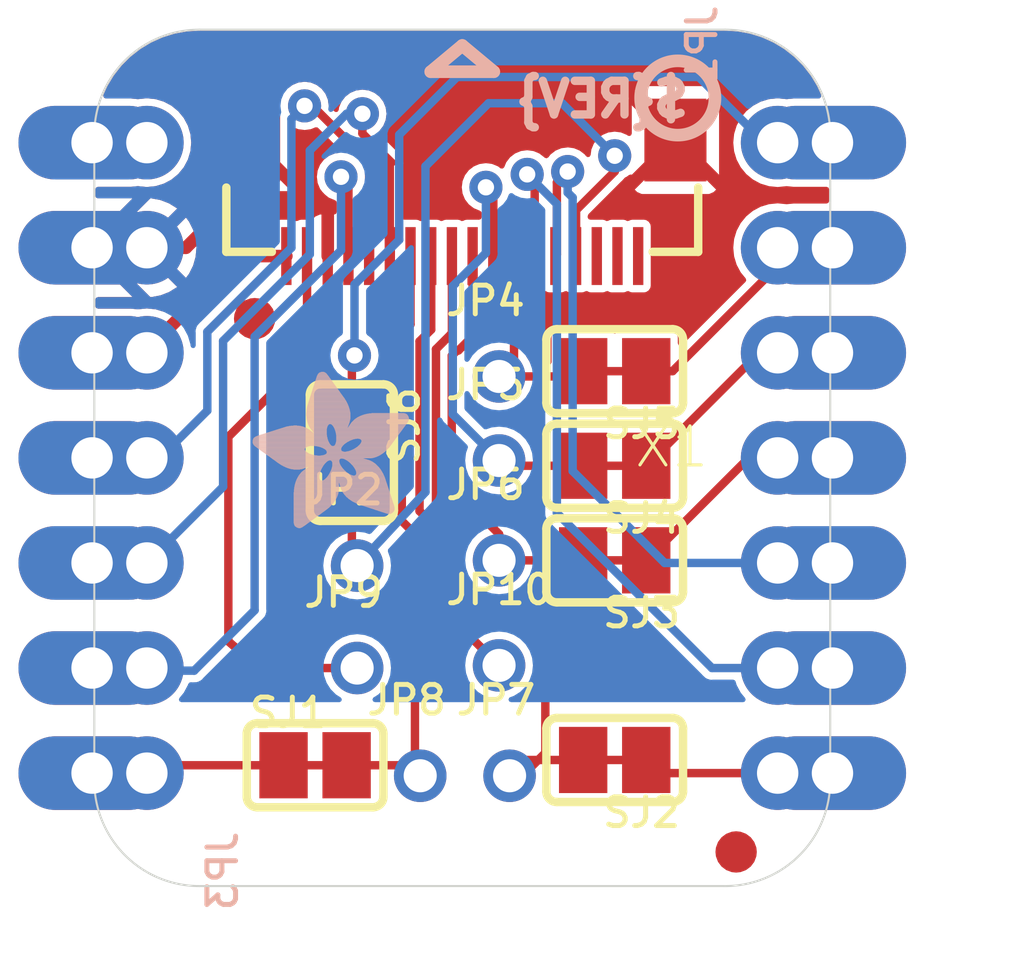
<source format=kicad_pcb>
(kicad_pcb (version 20221018) (generator pcbnew)
  (layers (0 "F.Cu" signal) (1 "In1.Cu" signal) (2 "In2.Cu" signal) (3 "In3.Cu" signal) (4 "In4.Cu" signal) (5 "In5.Cu" signal) (6 "In6.Cu" signal) (7 "In7.Cu" signal) (8 "In8.Cu" signal) (9 "In9.Cu" signal) (10 "In10.Cu" signal) (11 "In11.Cu" signal) (12 "In12.Cu" signal) (13 "In13.Cu" signal) (14 "In14.Cu" signal) (31 "B.Cu" signal) (34 "B.Paste" user) (35 "F.Paste" user) (36 "B.SilkS" user "B.Silkscreen") (37 "F.SilkS" user "F.Silkscreen") (38 "B.Mask" user) (39 "F.Mask" user) (44 "Edge.Cuts" user))
  (net 0 "")
  (net 1 "GND")
  (net 2 "+5V")
  (net 3 "A3")
  (net 4 "A0")
  (net 5 "A1")
  (net 6 "A2")
  (net 7 "SDA")
  (net 8 "SCL")
  (net 9 "TX")
  (net 10 "MOSI")
  (net 11 "SCK")
  (net 12 "RX")
  (net 13 "MISO")
  (net 14 "3.3V")
  (net 15 "TFT_DC")
  (net 16 "TFT_CS")
  (net 17 "SD_CS")
  (net 18 "MEM_CS")
  (net 19 "TS_CS")
  (net 20 "INT")
  (net 21 "~{RESET}")
  (net 22 "LITE")
  (footprint "working:SOLDERJUMPER_CLOSEDWIRE" (layer "F.Cu") (at 152.1841 102.9081 180)
    (fp_text reference "SJ5" (at -1.651 -1.27) (layer "F.SilkS") (effects (font (size 0.692831 0.692831) (thickness 0.119969)) (justify right)))
    (fp_text value "")
    (pad "1" smd rect (at -0.762 0 180) (size 1.1684 1.6002) (layers "F.Cu") (net 5 "A1"))
    (pad "2" smd rect (at 0.762 0 180) (size 1.1684 1.6002) (layers "F.Cu") (net 19 "TS_CS"))
    (pad "WIRE" smd rect (at 0 0) (size 0.635 0.2032) (layers "F.Cu"))
  )
  (footprint "working:SOLDERJUMPER_CLOSEDWIRE" (layer "F.Cu") (at 152.1841 112.3061 180)
    (fp_text reference "SJ2" (at -1.651 -1.27) (layer "F.SilkS") (effects (font (size 0.692831 0.692831) (thickness 0.119969)) (justify right)))
    (fp_text value "")
    (pad "1" smd rect (at -0.762 0 180) (size 1.1684 1.6002) (layers "F.Cu") (net 9 "TX"))
    (pad "2" smd rect (at 0.762 0 180) (size 1.1684 1.6002) (layers "F.Cu") (net 16 "TFT_CS"))
    (pad "WIRE" smd rect (at 0 0) (size 0.635 0.2032) (layers "F.Cu"))
  )
  (footprint "working:PLABEL27" (layer "F.Cu") (at 151.4856 110.1471)
    (fp_text reference "PLABEL27" hide)
    (fp_text value "" hide)
  )
  (footprint "working:PLABEL5" (layer "F.Cu") (at 154.5971 102.5271 90)
    (fp_text reference "PLABEL5" hide)
    (fp_text value "" hide)
  )
  (footprint "working:PLABEL2" (layer "F.Cu") (at 153.8351 110.0201)
    (fp_text reference "PLABEL2" hide)
    (fp_text value "" hide)
  )
  (footprint "working:PLABEL26" (layer "F.Cu") (at 147.9296 114.4651)
    (fp_text reference "PLABEL26" hide)
    (fp_text value "" hide)
  )
  (footprint "working:SOLDERJUMPER_CLOSEDWIRE" (layer "F.Cu") (at 152.1841 105.1941 180)
    (fp_text reference "SJ4" (at -1.651 -1.27) (layer "F.SilkS") (effects (font (size 0.692831 0.692831) (thickness 0.119969)) (justify right)))
    (fp_text value "")
    (pad "1" smd rect (at -0.762 0 180) (size 1.1684 1.6002) (layers "F.Cu") (net 6 "A2"))
    (pad "2" smd rect (at 0.762 0 180) (size 1.1684 1.6002) (layers "F.Cu") (net 18 "MEM_CS"))
    (pad "WIRE" smd rect (at 0 0) (size 0.635 0.2032) (layers "F.Cu"))
  )
  (footprint "working:SOLDERJUMPER_CLOSEDWIRE" (layer "F.Cu") (at 152.1841 107.4801 180)
    (fp_text reference "SJ3" (at -1.651 -1.27) (layer "F.SilkS") (effects (font (size 0.692831 0.692831) (thickness 0.119969)) (justify right)))
    (fp_text value "")
    (pad "1" smd rect (at -0.762 0 180) (size 1.1684 1.6002) (layers "F.Cu") (net 3 "A3"))
    (pad "2" smd rect (at 0.762 0 180) (size 1.1684 1.6002) (layers "F.Cu") (net 17 "SD_CS"))
    (pad "WIRE" smd rect (at 0 0) (size 0.635 0.2032) (layers "F.Cu"))
  )
  (footprint "working:PLABEL9" (layer "F.Cu") (at 142.8496 103.0986)
    (fp_text reference "PLABEL9" hide)
    (fp_text value "" hide)
  )
  (footprint "working:PLABEL8" (layer "F.Cu") (at 142.4051 100.4316 90)
    (fp_text reference "PLABEL8" hide)
    (fp_text value "" hide)
  )
  (footprint "working:1X01_2MM" (layer "F.Cu") (at 145.9611 107.6071)
    (fp_text reference "JP2" (at -1.3462 -1.8288) (layer "F.SilkS") (effects (font (size 0.692831 0.692831) (thickness 0.119969)) (justify left)))
    (fp_text value "")
    (pad "1" thru_hole circle (at 0 0 90) (size 1.27 1.27) (drill 0.8) (layers "*.Cu" "*.Mask") (net 20 "INT"))
  )
  (footprint "working:PLABEL22" (layer "F.Cu") (at 146.0246 108.8136)
    (fp_text reference "PLABEL22" hide)
    (fp_text value "" hide)
  )
  (footprint "working:PLABEL28" (layer "F.Cu") (at 147.6756 110.0201)
    (fp_text reference "PLABEL28" hide)
    (fp_text value "" hide)
  )
  (footprint "working:PLABEL1" (layer "F.Cu") (at 154.5971 112.8141 90)
    (fp_text reference "PLABEL1" hide)
    (fp_text value "" hide)
  )
  (footprint "working:1X01_2MM" (layer "F.Cu") (at 149.3901 107.4801)
    (fp_text reference "JP6" (at -1.3462 -1.8288) (layer "F.SilkS") (effects (font (size 0.692831 0.692831) (thickness 0.119969)) (justify left)))
    (fp_text value "")
    (pad "1" thru_hole circle (at 0 0 90) (size 1.27 1.27) (drill 0.8) (layers "*.Cu" "*.Mask") (net 17 "SD_CS"))
  )
  (footprint "working:FIDUCIAL_1MM" (layer "F.Cu") (at 155.1178 114.5286)
    (fp_text reference "U$6" hide)
    (fp_text value "FIDUCIAL_1MM" hide)
    (pad "1" smd roundrect (at 0 0) (size 1 1) (layers "F.Cu" "F.Mask") (roundrect_rratio 0.5))
  )
  (footprint "working:PLABEL23" (layer "F.Cu") (at 148.0566 105.1941 90)
    (fp_text reference "PLABEL23" hide)
    (fp_text value "" hide)
  )
  (footprint "working:SOLDERJUMPER_CLOSEDWIRE" (layer "F.Cu") (at 144.9451 112.4331)
    (fp_text reference "SJ1" (at -1.651 -1.27) (layer "F.SilkS") (effects (font (size 0.692831 0.692831) (thickness 0.119969)) (justify left)))
    (fp_text value "")
    (pad "1" smd rect (at -0.762 0) (size 1.1684 1.6002) (layers "F.Cu") (net 12 "RX"))
    (pad "2" smd rect (at 0.762 0) (size 1.1684 1.6002) (layers "F.Cu") (net 15 "TFT_DC"))
    (pad "WIRE" smd rect (at 0 0 180) (size 0.635 0.2032) (layers "F.Cu"))
  )
  (footprint "working:PLABEL25" (layer "F.Cu") (at 149.4536 111.3536)
    (fp_text reference "PLABEL25" hide)
    (fp_text value "" hide)
  )
  (footprint "working:PLABEL11" (layer "F.Cu") (at 142.8496 107.6071)
    (fp_text reference "PLABEL11" hide)
    (fp_text value "" hide)
  )
  (footprint "working:1X01_2MM" (layer "F.Cu") (at 147.4851 112.6871)
    (fp_text reference "JP8" (at -1.3462 -1.8288) (layer "F.SilkS") (effects (font (size 0.692831 0.692831) (thickness 0.119969)) (justify left)))
    (fp_text value "")
    (pad "1" thru_hole circle (at 0 0 90) (size 1.27 1.27) (drill 0.8) (layers "*.Cu" "*.Mask") (net 15 "TFT_DC"))
  )
  (footprint "working:PLABEL3" (layer "F.Cu") (at 141.4526 95.7961)
    (fp_text reference "PLABEL3" hide)
    (fp_text value "" hide)
  )
  (footprint "working:PLABEL13" (layer "F.Cu") (at 143.3576 110.0201)
    (fp_text reference "PLABEL13" hide)
    (fp_text value "" hide)
  )
  (footprint "working:PLABEL14" (layer "F.Cu") (at 142.5321 112.6236 90)
    (fp_text reference "PLABEL14" hide)
    (fp_text value "" hide)
  )
  (footprint "working:1X01_2MM" (layer "F.Cu") (at 149.3901 105.0671)
    (fp_text reference "JP5" (at -1.3462 -1.8288) (layer "F.SilkS") (effects (font (size 0.692831 0.692831) (thickness 0.119969)) (justify left)))
    (fp_text value "")
    (pad "1" thru_hole circle (at 0 0 90) (size 1.27 1.27) (drill 0.8) (layers "*.Cu" "*.Mask") (net 18 "MEM_CS"))
  )
  (footprint "working:SOLDERJUMPER_CLOSEDWIRE" (layer "F.Cu") (at 145.8341 104.8766 -90)
    (fp_text reference "SJ6" (at -1.651 -1.27 90) (layer "F.SilkS") (effects (font (size 0.692831 0.692831) (thickness 0.119969)) (justify right)))
    (fp_text value "")
    (pad "1" smd rect (at -0.762 0 270) (size 1.1684 1.6002) (layers "F.Cu") (net 4 "A0"))
    (pad "2" smd rect (at 0.762 0 270) (size 1.1684 1.6002) (layers "F.Cu") (net 20 "INT"))
    (pad "WIRE" smd rect (at 0 0 90) (size 0.635 0.2032) (layers "F.Cu"))
  )
  (footprint "working:1X01_2MM" (layer "F.Cu") (at 149.3901 103.0351)
    (fp_text reference "JP4" (at -1.3462 -1.8288) (layer "F.SilkS") (effects (font (size 0.692831 0.692831) (thickness 0.119969)) (justify left)))
    (fp_text value "")
    (pad "1" thru_hole circle (at 0 0 90) (size 1.27 1.27) (drill 0.8) (layers "*.Cu" "*.Mask") (net 19 "TS_CS"))
  )
  (footprint "working:PLABEL7" (layer "F.Cu") (at 154.5971 105.0671 90)
    (fp_text reference "PLABEL7" hide)
    (fp_text value "" hide)
  )
  (footprint "working:PLABEL20" (layer "F.Cu") (at 148.9456 101.7016)
    (fp_text reference "PLABEL20" hide)
    (fp_text value "" hide)
  )
  (footprint "working:1X01_2MM" (layer "F.Cu") (at 149.6441 112.6871)
    (fp_text reference "JP7" (at -1.3462 -1.8288) (layer "F.SilkS") (effects (font (size 0.692831 0.692831) (thickness 0.119969)) (justify left)))
    (fp_text value "")
    (pad "1" thru_hole circle (at 0 0 90) (size 1.27 1.27) (drill 0.8) (layers "*.Cu" "*.Mask") (net 16 "TFT_CS"))
  )
  (footprint "working:FIDUCIAL_1MM" (layer "F.Cu") (at 143.4846 101.6381)
    (fp_text reference "U$8" hide)
    (fp_text value "FIDUCIAL_1MM" hide)
    (pad "1" smd roundrect (at 0 0) (size 1 1) (layers "F.Cu" "F.Mask") (roundrect_rratio 0.5))
  )
  (footprint "working:PLABEL21" (layer "F.Cu") (at 149.1996 108.7501)
    (fp_text reference "PLABEL21" hide)
    (fp_text value "" hide)
  )
  (footprint "working:EYE_SPI_DISPLAY_SLIM" (layer "F.Cu") (at 148.5011 98.9711 180)
    (fp_text reference "X1" (at -6 -5.77) (layer "F.SilkS") (effects (font (size 0.941222 0.941222) (thickness 0.074778)) (justify right)))
    (fp_text value "EYE_SPI_DISPLAY_SLIM")
    (pad "1" smd rect (at 4.25 -1.154) (size 0.25 1.4) (layers "F.Cu" "F.Paste" "F.Mask") (net 14 "3.3V"))
    (pad "2" smd rect (at 3.75 -1.154) (size 0.25 1.4) (layers "F.Cu" "F.Paste" "F.Mask") (net 22 "LITE"))
    (pad "3" smd rect (at 3.25 -1.154) (size 0.25 1.4) (layers "F.Cu" "F.Paste" "F.Mask") (net 1 "GND"))
    (pad "4" smd rect (at 2.75 -1.154) (size 0.25 1.4) (layers "F.Cu" "F.Paste" "F.Mask") (net 11 "SCK"))
    (pad "5" smd rect (at 2.25 -1.154) (size 0.25 1.4) (layers "F.Cu" "F.Paste" "F.Mask") (net 10 "MOSI"))
    (pad "6" smd rect (at 1.75 -1.154) (size 0.25 1.4) (layers "F.Cu" "F.Paste" "F.Mask") (net 13 "MISO"))
    (pad "7" smd rect (at 1.25 -1.154) (size 0.25 1.4) (layers "F.Cu" "F.Paste" "F.Mask") (net 15 "TFT_DC"))
    (pad "8" smd rect (at 0.75 -1.154) (size 0.25 1.4) (layers "F.Cu" "F.Paste" "F.Mask") (net 21 "~{RESET}"))
    (pad "9" smd rect (at 0.25 -1.154) (size 0.25 1.4) (layers "F.Cu" "F.Paste" "F.Mask") (net 16 "TFT_CS"))
    (pad "10" smd rect (at -0.25 -1.154) (size 0.25 1.4) (layers "F.Cu" "F.Paste" "F.Mask") (net 17 "SD_CS"))
    (pad "11" smd rect (at -0.75 -1.154) (size 0.25 1.4) (layers "F.Cu" "F.Paste" "F.Mask") (net 18 "MEM_CS"))
    (pad "12" smd rect (at -1.25 -1.154) (size 0.25 1.4) (layers "F.Cu" "F.Paste" "F.Mask") (net 19 "TS_CS"))
    (pad "13" smd rect (at -1.75 -1.154) (size 0.25 1.4) (layers "F.Cu" "F.Paste" "F.Mask") (net 8 "SCL"))
    (pad "14" smd rect (at -2.25 -1.154) (size 0.25 1.4) (layers "F.Cu" "F.Paste" "F.Mask") (net 7 "SDA"))
    (pad "15" smd rect (at -2.75 -1.154) (size 0.25 1.4) (layers "F.Cu" "F.Paste" "F.Mask") (net 20 "INT"))
    (pad "16" smd rect (at -3.25 -1.154) (size 0.25 1.4) (layers "F.Cu" "F.Paste" "F.Mask"))
    (pad "17" smd rect (at -3.75 -1.154) (size 0.25 1.4) (layers "F.Cu" "F.Paste" "F.Mask"))
    (pad "18" smd rect (at -4.25 -1.154) (size 0.25 1.4) (layers "F.Cu" "F.Paste" "F.Mask"))
    (pad "SUPPORT1" smd rect (at -5.15 1.65 180) (size 1.5 2) (layers "F.Cu" "F.Paste" "F.Mask") (net 1 "GND"))
    (pad "SUPPORT2" smd rect (at 5.15 1.65 180) (size 1.5 2) (layers "F.Cu" "F.Paste" "F.Mask") (net 1 "GND"))
  )
  (footprint "working:PLABEL12" (layer "F.Cu") (at 154.5971 107.7341 90)
    (fp_text reference "PLABEL12" hide)
    (fp_text value "" hide)
  )
  (footprint "working:PLABEL10" (layer "F.Cu") (at 143.2306 105.0671)
    (fp_text reference "PLABEL10" hide)
    (fp_text value "" hide)
  )
  (footprint "working:1X01_2MM" (layer "F.Cu") (at 149.3901 110.0201)
    (fp_text reference "JP10" (at -1.3462 -1.8288) (layer "F.SilkS") (effects (font (size 0.692831 0.692831) (thickness 0.119969)) (justify left)))
    (fp_text value "")
    (pad "1" thru_hole circle (at 0 0 90) (size 1.27 1.27) (drill 0.8) (layers "*.Cu" "*.Mask") (net 21 "~{RESET}"))
  )
  (footprint "working:PLABEL24" (layer "F.Cu") (at 147.6121 111.3536)
    (fp_text reference "PLABEL24" hide)
    (fp_text value "" hide)
  )
  (footprint "working:PLABEL4" (layer "F.Cu") (at 154.4701 100.6221)
    (fp_text reference "PLABEL4" hide)
    (fp_text value "" hide)
  )
  (footprint "working:1X01_2MM" (layer "F.Cu") (at 145.9611 110.0836)
    (fp_text reference "JP9" (at -1.3462 -1.8288) (layer "F.SilkS") (effects (font (size 0.692831 0.692831) (thickness 0.119969)) (justify left)))
    (fp_text value "")
    (pad "1" thru_hole circle (at 0 0 90) (size 1.27 1.27) (drill 0.8) (layers "*.Cu" "*.Mask") (net 22 "LITE"))
  )
  (footprint "working:PLABEL6" (layer "F.Cu") (at 155.6131 95.7961)
    (fp_text reference "PLABEL6" hide)
    (fp_text value "" hide)
  )
  (footprint "working:1X07_CASTEL" (layer "B.Cu") (at 140.8811 105.0036 90)
    (fp_text reference "JP3" (at -8.9662 1.8288 90) (layer "B.SilkS") (effects (font (size 0.692831 0.692831) (thickness 0.119969)) (justify left mirror)))
    (fp_text value "")
    (pad "1" thru_hole circle (at -7.62 0) (size 1.778 1.778) (drill 1) (layers "*.Cu" "*.Mask") (net 12 "RX"))
    (pad "1C" thru_hole oval (at -7.62 -1.323975) (size 3.556 1.778) (drill 1) (layers "*.Cu" "*.Mask") (net 12 "RX"))
    (pad "2" thru_hole circle (at -5.08 0) (size 1.778 1.778) (drill 1) (layers "*.Cu" "*.Mask") (net 11 "SCK"))
    (pad "2C" thru_hole oval (at -5.08 -1.323975) (size 3.556 1.778) (drill 1) (layers "*.Cu" "*.Mask") (net 11 "SCK"))
    (pad "3" thru_hole circle (at -2.54 0) (size 1.778 1.778) (drill 1) (layers "*.Cu" "*.Mask") (net 13 "MISO"))
    (pad "3C" thru_hole oval (at -2.54 -1.323975) (size 3.556 1.778) (drill 1) (layers "*.Cu" "*.Mask") (net 13 "MISO"))
    (pad "4" thru_hole circle (at 0 0) (size 1.778 1.778) (drill 1) (layers "*.Cu" "*.Mask") (net 10 "MOSI"))
    (pad "4C" thru_hole oval (at 0 -1.323975) (size 3.556 1.778) (drill 1) (layers "*.Cu" "*.Mask") (net 10 "MOSI"))
    (pad "5" thru_hole circle (at 2.54 0) (size 1.778 1.778) (drill 1) (layers "*.Cu" "*.Mask") (net 14 "3.3V"))
    (pad "5C" thru_hole oval (at 2.54 -1.323975) (size 3.556 1.778) (drill 1) (layers "*.Cu" "*.Mask") (net 14 "3.3V"))
    (pad "6" thru_hole circle (at 5.08 0) (size 1.778 1.778) (drill 1) (layers "*.Cu" "*.Mask") (net 1 "GND"))
    (pad "6C" thru_hole oval (at 5.08 -1.323975) (size 3.556 1.778) (drill 1) (layers "*.Cu" "*.Mask") (net 1 "GND"))
    (pad "7" thru_hole circle (at 7.62 0) (size 1.778 1.778) (drill 1) (layers "*.Cu" "*.Mask") (net 2 "+5V"))
    (pad "7C" thru_hole oval (at 7.62 -1.323975) (size 3.556 1.778) (drill 1) (layers "*.Cu" "*.Mask") (net 2 "+5V"))
  )
  (footprint "working:PCBFEAT-REV-040" (layer "B.Cu") (at 153.7081 96.3041 180)
    (fp_text reference "U$3" hide)
    (fp_text value "" hide)
    (fp_text user "${REV}" (at -0.3556 -0.508) (layer "B.SilkS") (effects (font (size 0.8128 0.8128) (thickness 0.2032)) (justify left bottom mirror)))
  )
  (footprint "working:PLABEL31" (layer "B.Cu") (at 152.2476 107.4801 180)
    (fp_text reference "PLABEL31" hide)
    (fp_text value "" hide)
  )
  (footprint "working:PLABEL29" (layer "B.Cu") (at 151.9936 103.1621 180)
    (fp_text reference "PLABEL29" hide)
    (fp_text value "" hide)
  )
  (footprint "working:PLABEL32" (layer "B.Cu") (at 152.3746 109.9566 180)
    (fp_text reference "PLABEL32" hide)
    (fp_text value "" hide)
  )
  (footprint "working:PLABEL19" (layer "B.Cu") (at 148.6281 97.0026 180)
    (fp_text reference "PLABEL19" hide)
    (fp_text value "" hide)
  )
  (footprint "working:PLABEL35" (layer "B.Cu") (at 145.7071 112.6236 180)
    (fp_text reference "PLABEL35" hide)
    (fp_text value "" hide)
  )
  (footprint "working:PLABEL30" (layer "B.Cu") (at 152.6286 105.0036 180)
    (fp_text reference "PLABEL30" hide)
    (fp_text value "" hide)
  )
  (footprint "working:PLABEL34" (layer "B.Cu") (at 151.4221 112.6871 180)
    (fp_text reference "PLABEL34" hide)
    (fp_text value "" hide)
  )
  (footprint "working:1X07_CASTEL" (layer "B.Cu") (at 156.1211 105.0036 -90)
    (fp_text reference "JP1" (at -8.9662 1.8288 -270) (layer "B.SilkS") (effects (font (size 0.692831 0.692831) (thickness 0.119969)) (justify right mirror)))
    (fp_text value "")
    (pad "1" thru_hole circle (at -7.62 0 180) (size 1.778 1.778) (drill 1) (layers "*.Cu" "*.Mask") (net 4 "A0"))
    (pad "1C" thru_hole oval (at -7.62 -1.323975 180) (size 3.556 1.778) (drill 1) (layers "*.Cu" "*.Mask") (net 4 "A0"))
    (pad "2" thru_hole circle (at -5.08 0 180) (size 1.778 1.778) (drill 1) (layers "*.Cu" "*.Mask") (net 5 "A1"))
    (pad "2C" thru_hole oval (at -5.08 -1.323975 180) (size 3.556 1.778) (drill 1) (layers "*.Cu" "*.Mask") (net 5 "A1"))
    (pad "3" thru_hole circle (at -2.54 0 180) (size 1.778 1.778) (drill 1) (layers "*.Cu" "*.Mask") (net 6 "A2"))
    (pad "3C" thru_hole oval (at -2.54 -1.323975 180) (size 3.556 1.778) (drill 1) (layers "*.Cu" "*.Mask") (net 6 "A2"))
    (pad "4" thru_hole circle (at 0 0 180) (size 1.778 1.778) (drill 1) (layers "*.Cu" "*.Mask") (net 3 "A3"))
    (pad "4C" thru_hole oval (at 0 -1.323975 180) (size 3.556 1.778) (drill 1) (layers "*.Cu" "*.Mask") (net 3 "A3"))
    (pad "5" thru_hole circle (at 2.54 0 180) (size 1.778 1.778) (drill 1) (layers "*.Cu" "*.Mask") (net 7 "SDA"))
    (pad "5C" thru_hole oval (at 2.54 -1.323975 180) (size 3.556 1.778) (drill 1) (layers "*.Cu" "*.Mask") (net 7 "SDA"))
    (pad "6" thru_hole circle (at 5.08 0 180) (size 1.778 1.778) (drill 1) (layers "*.Cu" "*.Mask") (net 8 "SCL"))
    (pad "6C" thru_hole oval (at 5.08 -1.323975 180) (size 3.556 1.778) (drill 1) (layers "*.Cu" "*.Mask") (net 8 "SCL"))
    (pad "7" thru_hole circle (at 7.62 0 180) (size 1.778 1.778) (drill 1) (layers "*.Cu" "*.Mask") (net 9 "TX"))
    (pad "7C" thru_hole oval (at 7.62 -1.323975 180) (size 3.556 1.778) (drill 1) (layers "*.Cu" "*.Mask") (net 9 "TX"))
  )
  (footprint "working:PLABEL36" (layer "B.Cu") (at 143.7386 110.0201 180)
    (fp_text reference "PLABEL36" hide)
    (fp_text value "" hide)
  )
  (footprint "working:PLABEL33" (layer "B.Cu") (at 144.0561 107.6706 180)
    (fp_text reference "PLABEL33" hide)
    (fp_text value "" hide)
  )
  (footprint "working:PLABEL37" (layer "B.Cu") (at 148.1201 100.3681 180)
    (fp_text reference "PLABEL37" hide)
    (fp_text value "" hide)
  )
  (footprint "working:ADAFRUIT_3.5MM" (layer "B.Cu") (at 147.2311 106.7181 180)
    (fp_text reference "U$2" hide)
    (fp_text value "" hide)
  )
  (gr_line (start 147.7391 95.6691) (end 148.5011 95.0341) (stroke (width 0.3048)) (layer "B.SilkS"))
  (gr_line (start 148.5011 95.0341) (end 149.2631 95.6691) (stroke (width 0.3048)) (layer "B.SilkS"))
  (gr_line (start 149.2631 95.6691) (end 147.7391 95.6691) (stroke (width 0.3048)) (layer "B.SilkS"))
  (gr_line (start 139.6111 112.8141) (end 139.6111 97.1931) (stroke (width 0.05)) (layer "Edge.Cuts"))
  (gr_line (start 142.1511 94.6531) (end 154.8511 94.6531) (stroke (width 0.05)) (layer "Edge.Cuts"))
  (gr_arc (start 142.1511 115.3541) (mid 140.355049 114.610151) (end 139.6111 112.8141) (stroke (width 0.05)) (layer "Edge.Cuts"))
  (gr_arc (start 157.3911 112.8141) (mid 156.647151 114.610151) (end 154.8511 115.3541) (stroke (width 0.05)) (layer "Edge.Cuts"))
  (gr_line (start 154.8511 115.3541) (end 142.1511 115.3541) (stroke (width 0.05)) (layer "Edge.Cuts"))
  (gr_arc (start 139.6111 97.1931) (mid 140.355049 95.397049) (end 142.1511 94.6531) (stroke (width 0.05)) (layer "Edge.Cuts"))
  (gr_line (start 157.3911 97.1931) (end 157.3911 112.8141) (stroke (width 0.05)) (layer "Edge.Cuts"))
  (gr_arc (start 154.8511 94.6531) (mid 156.647151 95.397049) (end 157.3911 97.1931) (stroke (width 0.05)) (layer "Edge.Cuts"))
  (segment (start 145.037918 98.7081) (end 143.3511 98.7081) (width 0.3048) (layer "F.Cu") (net 1))
  (segment (start 139.557125 99.9236) (end 140.8811 99.9236) (width 0.3048) (layer "F.Cu") (net 1))
  (segment (start 139.557125 99.9236) (end 141.8246 99.9236) (width 0.3048) (layer "F.Cu") (net 1))
  (segment (start 145.2511 100.1251) (end 145.2511 98.921282) (width 0.3048) (layer "F.Cu") (net 1))
  (segment (start 145.2511 98.921282) (end 145.037918 98.7081) (width 0.3048) (layer "F.Cu") (net 1))
  (segment (start 141.8246 99.9236) (end 143.0401 98.7081) (width 0.3048) (layer "F.Cu") (net 1))
  (segment (start 143.3511 98.7081) (end 143.3511 97.3211) (width 0.3048) (layer "F.Cu") (net 1))
  (segment (start 139.557125 97.3836) (end 140.8811 97.3836) (width 0.3048) (layer "F.Cu") (net 2))
  (segment (start 157.445075 105.0036) (end 156.1211 105.0036) (width 0.2032) (layer "F.Cu") (net 3))
  (segment (start 155.4226 105.0036) (end 156.1211 105.0036) (width 0.2032) (layer "F.Cu") (net 3))
  (segment (start 152.9461 107.4801) (end 155.4226 105.0036) (width 0.2032) (layer "F.Cu") (net 3))
  (segment (start 145.8341 104.1146) (end 145.8341 102.5906) (width 0.2032) (layer "F.Cu") (net 4))
  (segment (start 157.445075 97.3836) (end 156.1211 97.3836) (width 0.2032) (layer "F.Cu") (net 4))
  (segment (start 145.8341 102.5906) (end 145.8976 102.5271) (width 0.2032) (layer "F.Cu") (net 4))
  (via (at 145.8976 102.5271) (size 0.8001) (drill 0.3937) (layers "F.Cu" "B.Cu") (net 4))
  (segment (start 148.3741 95.7961) (end 154.2161 95.7961) (width 0.2032) (layer "B.Cu") (net 4))
  (segment (start 146.9771 99.7331) (end 145.8976 100.8126) (width 0.2032) (layer "B.Cu") (net 4))
  (segment (start 145.8976 102.5271) (end 145.8976 100.8126) (width 0.2032) (layer "B.Cu") (net 4))
  (segment (start 154.2161 95.7961) (end 155.8036 97.3836) (width 0.2032) (layer "B.Cu") (net 4))
  (segment (start 155.8036 97.3836) (end 156.1211 97.3836) (width 0.2032) (layer "B.Cu") (net 4))
  (segment (start 146.9771 99.7331) (end 146.9771 97.1931) (width 0.2032) (layer "B.Cu") (net 4))
  (segment (start 146.9771 97.1931) (end 148.3741 95.7961) (width 0.2032) (layer "B.Cu") (net 4))
  (segment (start 152.9461 102.9081) (end 153.5811 102.9081) (width 0.2032) (layer "F.Cu") (net 5))
  (segment (start 156.1211 99.9236) (end 156.1211 100.3681) (width 0.2032) (layer "F.Cu") (net 5))
  (segment (start 156.1211 100.3681) (end 153.5811 102.9081) (width 0.2032) (layer "F.Cu") (net 5))
  (segment (start 157.445075 99.9236) (end 156.1211 99.9236) (width 0.2032) (layer "F.Cu") (net 5))
  (segment (start 157.445075 102.4636) (end 156.1211 102.4636) (width 0.2032) (layer "F.Cu") (net 6))
  (segment (start 157.445075 102.4636) (end 155.6766 102.4636) (width 0.2032) (layer "F.Cu") (net 6))
  (segment (start 155.6766 102.4636) (end 152.9461 105.1941) (width 0.2032) (layer "F.Cu") (net 6))
  (segment (start 157.445075 107.5436) (end 156.1211 107.5436) (width 0.3048) (layer "F.Cu") (net 7))
  (segment (start 151.04745 98.0821) (end 150.7871 98.34245) (width 0.2032) (layer "F.Cu") (net 7))
  (segment (start 150.7871 98.34245) (end 150.7871 100.0891) (width 0.2032) (layer "F.Cu") (net 7))
  (segment (start 150.7871 100.0891) (end 150.7511 100.1251) (width 0.2032) (layer "F.Cu") (net 7))
  (via (at 151.04745 98.0821) (size 0.8001) (drill 0.3937) (layers "F.Cu" "B.Cu") (net 7))
  (segment (start 151.04745 98.589694) (end 151.04745 98.0821) (width 0.2032) (layer "B.Cu") (net 7))
  (segment (start 156.1211 107.5436) (end 153.3906 107.5436) (width 0.2032) (layer "B.Cu") (net 7))
  (segment (start 151.1681 105.3211) (end 151.1681 98.710344) (width 0.2032) (layer "B.Cu") (net 7))
  (segment (start 151.1681 98.710344) (end 151.04745 98.589694) (width 0.2032) (layer "B.Cu") (net 7))
  (segment (start 153.3906 107.5436) (end 151.1681 105.3211) (width 0.2032) (layer "B.Cu") (net 7))
  (segment (start 157.445075 110.0836) (end 156.1211 110.0836) (width 0.3048) (layer "F.Cu") (net 8))
  (segment (start 150.2511 98.332163) (end 150.06955 98.150613) (width 0.2032) (layer "F.Cu") (net 8))
  (segment (start 150.2511 100.1251) (end 150.2511 98.332163) (width 0.2032) (layer "F.Cu") (net 8))
  (via (at 150.06955 98.150613) (size 0.8001) (drill 0.3937) (layers "F.Cu" "B.Cu") (net 8))
  (segment (start 150.7871 106.3371) (end 154.5336 110.0836) (width 0.2032) (layer "B.Cu") (net 8))
  (segment (start 150.06955 98.150613) (end 150.7871 98.868163) (width 0.2032) (layer "B.Cu") (net 8))
  (segment (start 154.5336 110.0836) (end 156.1211 110.0836) (width 0.2032) (layer "B.Cu") (net 8))
  (segment (start 150.7871 98.868163) (end 150.7871 106.3371) (width 0.2032) (layer "B.Cu") (net 8))
  (segment (start 157.445075 112.6236) (end 156.1211 112.6236) (width 0.3048) (layer "F.Cu") (net 9))
  (segment (start 153.2636 112.6236) (end 156.1211 112.6236) (width 0.2032) (layer "F.Cu") (net 9))
  (segment (start 152.9461 112.3061) (end 153.2636 112.6236) (width 0.2032) (layer "F.Cu") (net 9))
  (segment (start 144.8816 96.4946) (end 144.6911 96.4946) (width 0.2032) (layer "F.Cu") (net 10))
  (segment (start 139.557125 105.0036) (end 140.8811 105.0036) (width 0.2032) (layer "F.Cu") (net 10))
  (segment (start 146.2511 100.1251) (end 146.2511 97.8641) (width 0.2032) (layer "F.Cu") (net 10))
  (segment (start 146.2511 97.8641) (end 144.8816 96.4946) (width 0.2032) (layer "F.Cu") (net 10))
  (via (at 144.6911 96.4946) (size 0.8001) (drill 0.3937) (layers "F.Cu" "B.Cu") (net 10))
  (segment (start 142.3416 101.9556) (end 142.3416 103.8606) (width 0.2032) (layer "B.Cu") (net 10))
  (segment (start 142.3416 103.8606) (end 141.1986 105.0036) (width 0.2032) (layer "B.Cu") (net 10))
  (segment (start 141.1986 105.0036) (end 140.8811 105.0036) (width 0.2032) (layer "B.Cu") (net 10))
  (segment (start 144.3736 96.8121) (end 144.3736 99.9236) (width 0.2032) (layer "B.Cu") (net 10))
  (segment (start 144.3736 99.9236) (end 142.3416 101.9556) (width 0.2032) (layer "B.Cu") (net 10))
  (segment (start 144.6911 96.4946) (end 144.3736 96.8121) (width 0.2032) (layer "B.Cu") (net 10))
  (segment (start 145.7511 98.38855) (end 145.57165 98.2091) (width 0.2032) (layer "F.Cu") (net 11))
  (segment (start 145.7511 100.1251) (end 145.7511 98.38855) (width 0.2032) (layer "F.Cu") (net 11))
  (segment (start 139.557125 110.0836) (end 140.8811 110.0836) (width 0.2032) (layer "F.Cu") (net 11))
  (via (at 145.57165 98.2091) (size 0.8001) (drill 0.3937) (layers "F.Cu" "B.Cu") (net 11))
  (segment (start 145.57165 99.9871) (end 143.4846 102.07415) (width 0.2032) (layer "B.Cu") (net 11))
  (segment (start 143.4846 108.6866) (end 142.0241 110.1471) (width 0.2032) (layer "B.Cu") (net 11))
  (segment (start 140.9446 110.1471) (end 140.8811 110.0836) (width 0.2032) (layer "B.Cu") (net 11))
  (segment (start 143.4846 102.07415) (end 143.4846 108.6866) (width 0.2032) (layer "B.Cu") (net 11))
  (segment (start 142.0241 110.1471) (end 140.9446 110.1471) (width 0.2032) (layer "B.Cu") (net 11))
  (segment (start 145.57165 98.2091) (end 145.57165 99.9871) (width 0.2032) (layer "B.Cu") (net 11))
  (segment (start 141.0716 112.4331) (end 140.8811 112.6236) (width 0.2032) (layer "F.Cu") (net 12))
  (segment (start 144.1831 112.4331) (end 141.0716 112.4331) (width 0.2032) (layer "F.Cu") (net 12))
  (segment (start 139.557125 112.6236) (end 140.8811 112.6236) (width 0.2032) (layer "F.Cu") (net 12))
  (segment (start 139.557125 107.5436) (end 140.8811 107.5436) (width 0.2032) (layer "F.Cu") (net 13))
  (segment (start 146.789409 97.863591) (end 146.0881 97.162282) (width 0.2032) (layer "F.Cu") (net 13))
  (segment (start 146.7511 100.1251) (end 146.7511 97.9019) (width 0.2032) (layer "F.Cu") (net 13))
  (segment (start 146.0881 97.162282) (end 146.0881 96.6851) (width 0.2032) (layer "F.Cu") (net 13))
  (segment (start 146.789409 97.863591) (end 146.7511 97.9019) (width 0.2032) (layer "F.Cu") (net 13))
  (via (at 146.0881 96.6851) (size 0.8001) (drill 0.3937) (layers "F.Cu" "B.Cu") (net 13))
  (segment (start 144.8181 100.081419) (end 144.8181 97.5741) (width 0.2032) (layer "B.Cu") (net 13))
  (segment (start 142.7226 105.7021) (end 142.7226 102.176919) (width 0.2032) (layer "B.Cu") (net 13))
  (segment (start 145.7071 96.6851) (end 146.0881 96.6851) (width 0.2032) (layer "B.Cu") (net 13))
  (segment (start 142.7226 102.176919) (end 144.8181 100.081419) (width 0.2032) (layer "B.Cu") (net 13))
  (segment (start 140.8811 107.5436) (end 142.7226 105.7021) (width 0.2032) (layer "B.Cu") (net 13))
  (segment (start 144.8181 97.5741) (end 145.7071 96.6851) (width 0.2032) (layer "B.Cu") (net 13))
  (segment (start 140.8811 102.4001) (end 140.8811 102.4636) (width 0.3048) (layer "F.Cu") (net 14))
  (segment (start 143.1561 100.1251) (end 140.8811 102.4001) (width 0.3048) (layer "F.Cu") (net 14))
  (segment (start 144.2511 100.1251) (end 143.1561 100.1251) (width 0.3048) (layer "F.Cu") (net 14))
  (segment (start 139.557125 102.4636) (end 140.8811 102.4636) (width 0.3048) (layer "F.Cu") (net 14))
  (segment (start 147.3581 106.8451) (end 147.3581 112.4331) (width 0.2032) (layer "F.Cu") (net 15))
  (segment (start 147.3581 112.4331) (end 147.3581 112.5601) (width 0.2032) (layer "F.Cu") (net 15))
  (segment (start 147.0406 106.5276) (end 147.3581 106.8451) (width 0.2032) (layer "F.Cu") (net 15))
  (segment (start 147.2511 101.7761) (end 147.0406 101.9866) (width 0.2032) (layer "F.Cu") (net 15))
  (segment (start 147.0406 101.9866) (end 147.0406 106.5276) (width 0.2032) (layer "F.Cu") (net 15))
  (segment (start 147.3581 112.5601) (end 147.4851 112.6871) (width 0.2032) (layer "F.Cu") (net 15))
  (segment (start 147.3581 112.4331) (end 145.7071 112.4331) (width 0.2032) (layer "F.Cu") (net 15))
  (segment (start 147.2511 100.1251) (end 147.2511 101.7761) (width 0.2032) (layer "F.Cu") (net 15))
  (segment (start 149.8981 108.7501) (end 150.5077 109.3597) (width 0.2032) (layer "F.Cu") (net 16))
  (segment (start 147.8661 102.376282) (end 147.8661 106.0831) (width 0.2032) (layer "F.Cu") (net 16))
  (segment (start 149.6441 112.6871) (end 149.954631 112.6871) (width 0.2032) (layer "F.Cu") (net 16))
  (segment (start 148.2725 106.4895) (end 148.2725 108.0897) (width 0.2032) (layer "F.Cu") (net 16))
  (segment (start 148.216281 102.0261) (end 147.8661 102.376282) (width 0.2032) (layer "F.Cu") (net 16))
  (segment (start 148.2511 102.0261) (end 148.216281 102.0261) (width 0.2032) (layer "F.Cu") (net 16))
  (segment (start 147.8661 106.0831) (end 148.2725 106.4895) (width 0.2032) (layer "F.Cu") (net 16))
  (segment (start 150.5077 109.3597) (end 150.5077 112.134032) (width 0.2032) (layer "F.Cu") (net 16))
  (segment (start 150.0251 112.3061) (end 149.6441 112.6871) (width 0.2032) (layer "F.Cu") (net 16))
  (segment (start 150.5077 112.134032) (end 149.954631 112.6871) (width 0.2032) (layer "F.Cu") (net 16))
  (segment (start 148.2511 100.1251) (end 148.2511 102.0261) (width 0.2032) (layer "F.Cu") (net 16))
  (segment (start 148.9329 108.7501) (end 149.8981 108.7501) (width 0.2032) (layer "F.Cu") (net 16))
  (segment (start 148.2725 108.0897) (end 148.9329 108.7501) (width 0.2032) (layer "F.Cu") (net 16))
  (segment (start 151.4221 112.3061) (end 150.0251 112.3061) (width 0.2032) (layer "F.Cu") (net 16))
  (segment (start 148.2471 102.5341) (end 148.2471 105.7021) (width 0.2032) (layer "F.Cu") (net 17))
  (segment (start 151.4221 107.4801) (end 149.3901 107.4801) (width 0.2032) (layer "F.Cu") (net 17))
  (segment (start 148.408918 102.4071) (end 148.3741 102.4071) (width 0.2032) (layer "F.Cu") (net 17))
  (segment (start 149.3901 106.8451) (end 149.3901 107.4801) (width 0.2032) (layer "F.Cu") (net 17))
  (segment (start 148.7511 100.1251) (end 148.7511 102.064919) (width 0.2032) (layer "F.Cu") (net 17))
  (segment (start 148.7511 102.064919) (end 148.408918 102.4071) (width 0.2032) (layer "F.Cu") (net 17))
  (segment (start 149.3901 106.8451) (end 148.2471 105.7021) (width 0.2032) (layer "F.Cu") (net 17))
  (segment (start 148.3741 102.4071) (end 148.2471 102.5341) (width 0.2032) (layer "F.Cu") (net 17))
  (segment (start 149.5171 105.1941) (end 149.3901 105.0671) (width 0.2032) (layer "F.Cu") (net 18))
  (segment (start 149.2511 98.641591) (end 149.0726 98.4631) (width 0.2032) (layer "F.Cu") (net 18))
  (segment (start 151.4221 105.1941) (end 149.5171 105.1941) (width 0.2032) (layer "F.Cu") (net 18))
  (segment (start 149.2511 100.1251) (end 149.2511 98.641591) (width 0.2032) (layer "F.Cu") (net 18))
  (via (at 149.0726 98.4631) (size 0.8001) (drill 0.3937) (layers "F.Cu" "B.Cu") (net 18))
  (segment (start 149.0726 98.4631) (end 149.0726 100.0506) (width 0.2032) (layer "B.Cu") (net 18))
  (segment (start 149.0726 100.0506) (end 148.2725 100.8507) (width 0.2032) (layer "B.Cu") (net 18))
  (segment (start 148.2725 103.9495) (end 149.3901 105.0671) (width 0.2032) (layer "B.Cu") (net 18))
  (segment (start 148.2725 100.8507) (end 148.2725 103.9495) (width 0.2032) (layer "B.Cu") (net 18))
  (segment (start 149.7511 100.1251) (end 149.7511 102.6741) (width 0.2032) (layer "F.Cu") (net 19))
  (segment (start 151.2951 103.0351) (end 151.4221 102.9081) (width 0.2032) (layer "F.Cu") (net 19))
  (segment (start 151.2951 103.0351) (end 149.3901 103.0351) (width 0.2032) (layer "F.Cu") (net 19))
  (segment (start 149.7511 102.6741) (end 149.3901 103.0351) (width 0.2032) (layer "F.Cu") (net 19))
  (segment (start 145.8341 107.4801) (end 145.8341 105.6386) (width 0.2032) (layer "F.Cu") (net 20))
  (segment (start 151.2511 99.0151) (end 151.2511 100.1251) (width 0.2032) (layer "F.Cu") (net 20))
  (segment (start 152.1841 98.0821) (end 151.2511 99.0151) (width 0.2032) (layer "F.Cu") (net 20))
  (segment (start 145.9611 107.6071) (end 145.8341 107.4801) (width 0.2032) (layer "F.Cu") (net 20))
  (segment (start 152.1841 97.7011) (end 152.1841 98.0821) (width 0.2032) (layer "F.Cu") (net 20))
  (via (at 152.1841 97.7011) (size 0.8001) (drill 0.3937) (layers "F.Cu" "B.Cu") (net 20))
  (segment (start 145.9611 107.6071) (end 147.6121 105.8291) (width 0.2032) (layer "B.Cu") (net 20))
  (segment (start 149.1361 96.4311) (end 150.9141 96.4311) (width 0.2032) (layer "B.Cu") (net 20))
  (segment (start 147.6121 105.8291) (end 147.6121 97.9551) (width 0.2032) (layer "B.Cu") (net 20))
  (segment (start 147.6121 97.9551) (end 149.1361 96.4311) (width 0.2032) (layer "B.Cu") (net 20))
  (segment (start 150.9141 96.4311) (end 152.1841 97.7011) (width 0.2032) (layer "B.Cu") (net 20))
  (segment (start 147.7391 106.560282) (end 147.468759 106.289941) (width 0.2032) (layer "F.Cu") (net 21))
  (segment (start 147.7511 101.9031) (end 147.468759 102.185441) (width 0.2032) (layer "F.Cu") (net 21))
  (segment (start 147.7511 100.1251) (end 147.7511 101.9031) (width 0.2032) (layer "F.Cu") (net 21))
  (segment (start 149.3901 110.0201) (end 147.7391 108.3691) (width 0.2032) (layer "F.Cu") (net 21))
  (segment (start 147.7391 106.560282) (end 147.7391 108.3691) (width 0.2032) (layer "F.Cu") (net 21))
  (segment (start 147.468759 102.185441) (end 147.468759 106.289941) (width 0.2032) (layer "F.Cu") (net 21))
  (segment (start 143.59255 110.0836) (end 145.9611 110.0836) (width 0.2032) (layer "F.Cu") (net 22))
  (segment (start 144.7511 100.1251) (end 144.7511 102.5941) (width 0.2032) (layer "F.Cu") (net 22))
  (segment (start 143.59255 110.0836) (end 142.8496 109.437557) (width 0.2032) (layer "F.Cu") (net 22))
  (segment (start 142.8496 104.4956) (end 142.8496 109.437557) (width 0.2032) (layer "F.Cu") (net 22))
  (segment (start 144.7511 102.5941) (end 142.8496 104.4956) (width 0.2032) (layer "F.Cu") (net 22))
  (zone (net 1) (net_name "GND") (layer "F.Cu") (priority 6) (connect_pads (clearance 0.000001)) (min_thickness 0.127) (fill yes (thermal_gap 0.304) (thermal_bridge_width 0.304))
    (polygon (pts (xy 157.5181 110.9091) (xy 139.4841 110.9091) (xy 139.4841 94.5261) (xy 157.5181 94.5261)))
  )
  (zone (net 1) (net_name "GND") (layer "B.Cu") (priority 6) (connect_pads (clearance 0.000001)) (min_thickness 0.127) (fill yes (thermal_gap 0.304) (thermal_bridge_width 0.304))
    (polygon (pts (xy 157.5181 110.9091) (xy 139.4841 110.9091) (xy 139.4841 94.5261) (xy 157.5181 94.5261)))
  )
)
</source>
